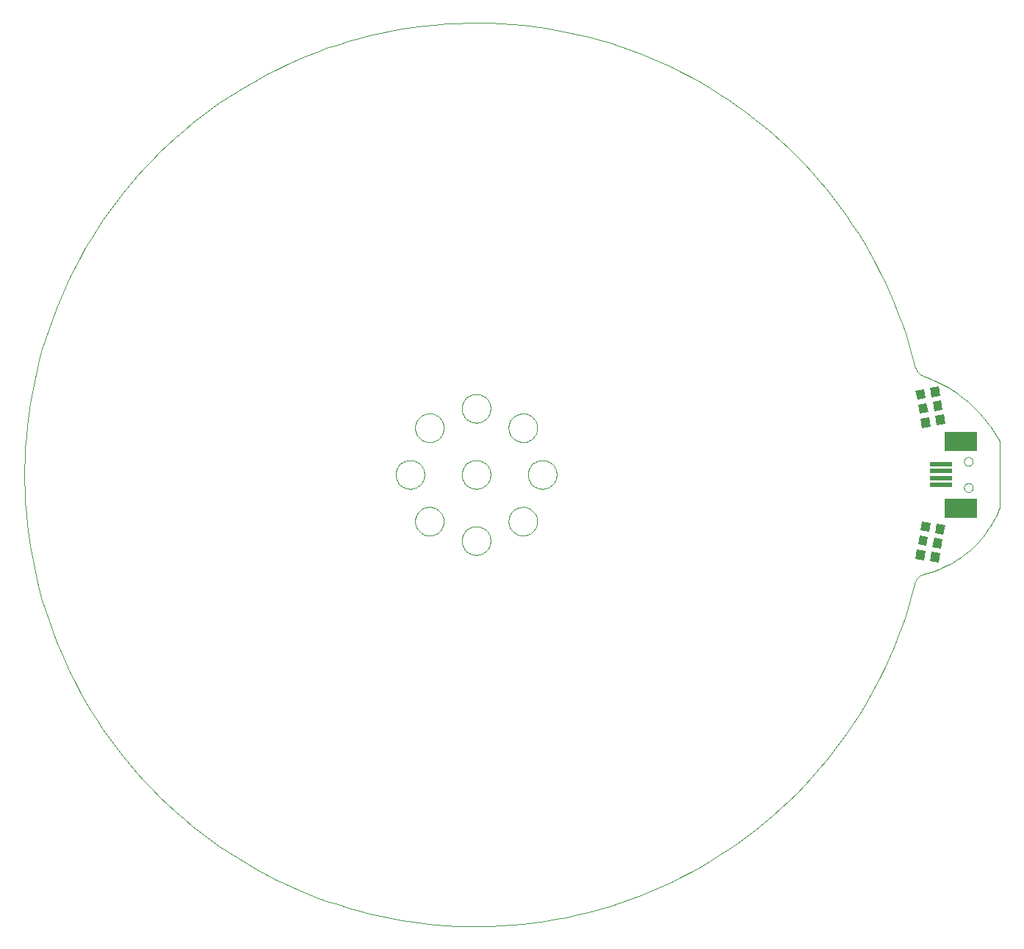
<source format=gtp>
G75*
%MOIN*%
%OFA0B0*%
%FSLAX24Y24*%
%IPPOS*%
%LPD*%
%AMOC8*
5,1,8,0,0,1.08239X$1,22.5*
%
%ADD10C,0.0010*%
%ADD11C,0.0000*%
%ADD12R,0.1496X0.0906*%
%ADD13R,0.0984X0.0217*%
%ADD14R,0.0394X0.0433*%
D10*
X040496Y015646D02*
X040369Y015161D01*
X040230Y014679D01*
X040079Y014201D01*
X039917Y013727D01*
X039743Y013257D01*
X039557Y012791D01*
X039361Y012330D01*
X039153Y011874D01*
X038934Y011424D01*
X038704Y010978D01*
X038463Y010539D01*
X038212Y010105D01*
X037950Y009678D01*
X037678Y009257D01*
X037395Y008843D01*
X037102Y008436D01*
X036800Y008036D01*
X036488Y007644D01*
X036166Y007260D01*
X035835Y006883D01*
X035495Y006515D01*
X035147Y006155D01*
X034789Y005804D01*
X034423Y005462D01*
X034049Y005128D01*
X033666Y004804D01*
X033276Y004490D01*
X032878Y004185D01*
X032473Y003890D01*
X032061Y003605D01*
X031642Y003330D01*
X031216Y003065D01*
X030784Y002811D01*
X030346Y002567D01*
X029902Y002335D01*
X029453Y002113D01*
X028998Y001902D01*
X028538Y001702D01*
X028074Y001514D01*
X027605Y001337D01*
X027132Y001172D01*
X026655Y001018D01*
X026174Y000876D01*
X025690Y000746D01*
X025203Y000627D01*
X024713Y000521D01*
X024221Y000426D01*
X023727Y000344D01*
X023231Y000274D01*
X022733Y000216D01*
X022234Y000170D01*
X021734Y000136D01*
X021233Y000115D01*
X020732Y000105D01*
X020231Y000108D01*
X019730Y000124D01*
X019229Y000151D01*
X018730Y000191D01*
X018231Y000243D01*
X017734Y000307D01*
X017239Y000383D01*
X016745Y000472D01*
X016254Y000572D01*
X015766Y000684D01*
X015280Y000809D01*
X014798Y000945D01*
X014319Y001093D01*
X013844Y001252D01*
X013373Y001423D01*
X012906Y001606D01*
X012444Y001800D01*
X011986Y002005D01*
X011534Y002221D01*
X011088Y002448D01*
X010647Y002686D01*
X010212Y002935D01*
X009783Y003194D01*
X009360Y003464D01*
X008945Y003744D01*
X008536Y004034D01*
X008134Y004334D01*
X007740Y004644D01*
X007354Y004963D01*
X006976Y005292D01*
X006605Y005630D01*
X006243Y005976D01*
X005890Y006332D01*
X005545Y006696D01*
X005210Y007068D01*
X004884Y007449D01*
X004567Y007837D01*
X004259Y008233D01*
X003962Y008636D01*
X003674Y009047D01*
X003397Y009464D01*
X003129Y009888D01*
X002873Y010318D01*
X002626Y010755D01*
X002391Y011197D01*
X002167Y011646D01*
X001953Y012099D01*
X001751Y012558D01*
X001560Y013021D01*
X001380Y013489D01*
X001212Y013961D01*
X001055Y014437D01*
X000910Y014917D01*
X000777Y015400D01*
X000655Y015886D01*
X000546Y016375D01*
X000449Y016867D01*
X000363Y017361D01*
X000290Y017857D01*
X000229Y018354D01*
X000180Y018853D01*
X000143Y019353D01*
X000119Y019853D01*
X000107Y020354D01*
X000107Y020856D01*
X000119Y021357D01*
X000143Y021857D01*
X000180Y022357D01*
X000229Y022856D01*
X000290Y023353D01*
X000363Y023849D01*
X000449Y024343D01*
X000546Y024835D01*
X000655Y025324D01*
X000777Y025810D01*
X000910Y026293D01*
X001055Y026773D01*
X001212Y027249D01*
X001380Y027721D01*
X001560Y028189D01*
X001751Y028652D01*
X001953Y029111D01*
X002167Y029564D01*
X002391Y030013D01*
X002626Y030455D01*
X002873Y030892D01*
X003129Y031322D01*
X003397Y031746D01*
X003674Y032163D01*
X003962Y032574D01*
X004259Y032977D01*
X004567Y033373D01*
X004884Y033761D01*
X005210Y034142D01*
X005545Y034514D01*
X005890Y034878D01*
X006243Y035234D01*
X006605Y035580D01*
X006976Y035918D01*
X007354Y036247D01*
X007740Y036566D01*
X008134Y036876D01*
X008536Y037176D01*
X008945Y037466D01*
X009360Y037746D01*
X009783Y038016D01*
X010212Y038275D01*
X010647Y038524D01*
X011088Y038762D01*
X011534Y038989D01*
X011986Y039205D01*
X012444Y039410D01*
X012906Y039604D01*
X013373Y039787D01*
X013844Y039958D01*
X014319Y040117D01*
X014798Y040265D01*
X015280Y040401D01*
X015766Y040526D01*
X016254Y040638D01*
X016745Y040738D01*
X017239Y040827D01*
X017734Y040903D01*
X018231Y040967D01*
X018730Y041019D01*
X019229Y041059D01*
X019730Y041086D01*
X020231Y041102D01*
X020732Y041105D01*
X021233Y041095D01*
X021734Y041074D01*
X022234Y041040D01*
X022733Y040994D01*
X023231Y040936D01*
X023727Y040866D01*
X024221Y040784D01*
X024713Y040689D01*
X025203Y040583D01*
X025690Y040464D01*
X026174Y040334D01*
X026655Y040192D01*
X027132Y040038D01*
X027605Y039873D01*
X028074Y039696D01*
X028538Y039508D01*
X028998Y039308D01*
X029453Y039097D01*
X029902Y038875D01*
X030346Y038643D01*
X030784Y038399D01*
X031216Y038145D01*
X031642Y037880D01*
X032061Y037605D01*
X032473Y037320D01*
X032878Y037025D01*
X033276Y036720D01*
X033666Y036406D01*
X034049Y036082D01*
X034423Y035748D01*
X034789Y035406D01*
X035147Y035055D01*
X035495Y034695D01*
X035835Y034327D01*
X036166Y033950D01*
X036488Y033566D01*
X036800Y033174D01*
X037102Y032774D01*
X037395Y032367D01*
X037678Y031953D01*
X037950Y031532D01*
X038212Y031105D01*
X038463Y030671D01*
X038704Y030232D01*
X038934Y029786D01*
X039153Y029336D01*
X039361Y028880D01*
X039557Y028419D01*
X039743Y027953D01*
X039917Y027483D01*
X040079Y027009D01*
X040230Y026531D01*
X040369Y026049D01*
X040496Y025564D01*
X040510Y025515D01*
X040527Y025467D01*
X040548Y025421D01*
X040572Y025376D01*
X040599Y025333D01*
X040629Y025291D01*
X040662Y025252D01*
X040697Y025216D01*
X040735Y025182D01*
X040775Y025150D01*
X040817Y025122D01*
X040862Y025096D01*
X040907Y025074D01*
X040955Y025055D01*
X044355Y022105D02*
X044355Y019105D01*
X040955Y016105D02*
X040908Y016091D01*
X040862Y016074D01*
X040818Y016054D01*
X040776Y016030D01*
X040736Y016002D01*
X040697Y015972D01*
X040662Y015939D01*
X040629Y015903D01*
X040598Y015865D01*
X040571Y015825D01*
X040547Y015782D01*
X040527Y015738D01*
X040509Y015692D01*
X040496Y015646D01*
X044355Y022105D02*
X044281Y022239D01*
X044204Y022372D01*
X044124Y022503D01*
X044040Y022632D01*
X043954Y022758D01*
X043864Y022883D01*
X043771Y023005D01*
X043676Y023125D01*
X043577Y023243D01*
X043476Y023358D01*
X043371Y023470D01*
X043265Y023581D01*
X043155Y023688D01*
X043043Y023793D01*
X042928Y023895D01*
X042811Y023994D01*
X042692Y024090D01*
X042570Y024183D01*
X042446Y024274D01*
X042319Y024361D01*
X042191Y024445D01*
X042061Y024526D01*
X041929Y024604D01*
X041794Y024678D01*
X041659Y024750D01*
X041521Y024818D01*
X041382Y024882D01*
X041241Y024943D01*
X041099Y025001D01*
X040955Y025055D01*
X044355Y019105D02*
X044303Y018976D01*
X044248Y018849D01*
X044188Y018724D01*
X044126Y018600D01*
X044060Y018479D01*
X043990Y018359D01*
X043918Y018241D01*
X043842Y018125D01*
X043762Y018011D01*
X043680Y017900D01*
X043594Y017791D01*
X043506Y017684D01*
X043414Y017580D01*
X043320Y017479D01*
X043223Y017380D01*
X043123Y017284D01*
X043020Y017191D01*
X042915Y017101D01*
X042807Y017013D01*
X042697Y016929D01*
X042585Y016848D01*
X042470Y016770D01*
X042353Y016696D01*
X042234Y016624D01*
X042114Y016556D01*
X041991Y016492D01*
X041867Y016431D01*
X041741Y016373D01*
X041613Y016319D01*
X041484Y016269D01*
X041353Y016222D01*
X041222Y016179D01*
X041089Y016140D01*
X040955Y016105D01*
D11*
X017834Y018484D02*
X017836Y018534D01*
X017842Y018584D01*
X017852Y018634D01*
X017865Y018682D01*
X017882Y018730D01*
X017903Y018776D01*
X017927Y018820D01*
X017955Y018862D01*
X017986Y018902D01*
X018020Y018939D01*
X018057Y018974D01*
X018096Y019005D01*
X018137Y019034D01*
X018181Y019059D01*
X018227Y019081D01*
X018274Y019099D01*
X018322Y019113D01*
X018371Y019124D01*
X018421Y019131D01*
X018471Y019134D01*
X018522Y019133D01*
X018572Y019128D01*
X018622Y019119D01*
X018670Y019107D01*
X018718Y019090D01*
X018764Y019070D01*
X018809Y019047D01*
X018852Y019020D01*
X018892Y018990D01*
X018930Y018957D01*
X018965Y018921D01*
X018998Y018882D01*
X019027Y018841D01*
X019053Y018798D01*
X019076Y018753D01*
X019095Y018706D01*
X019110Y018658D01*
X019122Y018609D01*
X019130Y018559D01*
X019134Y018509D01*
X019134Y018459D01*
X019130Y018409D01*
X019122Y018359D01*
X019110Y018310D01*
X019095Y018262D01*
X019076Y018215D01*
X019053Y018170D01*
X019027Y018127D01*
X018998Y018086D01*
X018965Y018047D01*
X018930Y018011D01*
X018892Y017978D01*
X018852Y017948D01*
X018809Y017921D01*
X018764Y017898D01*
X018718Y017878D01*
X018670Y017861D01*
X018622Y017849D01*
X018572Y017840D01*
X018522Y017835D01*
X018471Y017834D01*
X018421Y017837D01*
X018371Y017844D01*
X018322Y017855D01*
X018274Y017869D01*
X018227Y017887D01*
X018181Y017909D01*
X018137Y017934D01*
X018096Y017963D01*
X018057Y017994D01*
X018020Y018029D01*
X017986Y018066D01*
X017955Y018106D01*
X017927Y018148D01*
X017903Y018192D01*
X017882Y018238D01*
X017865Y018286D01*
X017852Y018334D01*
X017842Y018384D01*
X017836Y018434D01*
X017834Y018484D01*
X016955Y020605D02*
X016957Y020655D01*
X016963Y020705D01*
X016973Y020755D01*
X016986Y020803D01*
X017003Y020851D01*
X017024Y020897D01*
X017048Y020941D01*
X017076Y020983D01*
X017107Y021023D01*
X017141Y021060D01*
X017178Y021095D01*
X017217Y021126D01*
X017258Y021155D01*
X017302Y021180D01*
X017348Y021202D01*
X017395Y021220D01*
X017443Y021234D01*
X017492Y021245D01*
X017542Y021252D01*
X017592Y021255D01*
X017643Y021254D01*
X017693Y021249D01*
X017743Y021240D01*
X017791Y021228D01*
X017839Y021211D01*
X017885Y021191D01*
X017930Y021168D01*
X017973Y021141D01*
X018013Y021111D01*
X018051Y021078D01*
X018086Y021042D01*
X018119Y021003D01*
X018148Y020962D01*
X018174Y020919D01*
X018197Y020874D01*
X018216Y020827D01*
X018231Y020779D01*
X018243Y020730D01*
X018251Y020680D01*
X018255Y020630D01*
X018255Y020580D01*
X018251Y020530D01*
X018243Y020480D01*
X018231Y020431D01*
X018216Y020383D01*
X018197Y020336D01*
X018174Y020291D01*
X018148Y020248D01*
X018119Y020207D01*
X018086Y020168D01*
X018051Y020132D01*
X018013Y020099D01*
X017973Y020069D01*
X017930Y020042D01*
X017885Y020019D01*
X017839Y019999D01*
X017791Y019982D01*
X017743Y019970D01*
X017693Y019961D01*
X017643Y019956D01*
X017592Y019955D01*
X017542Y019958D01*
X017492Y019965D01*
X017443Y019976D01*
X017395Y019990D01*
X017348Y020008D01*
X017302Y020030D01*
X017258Y020055D01*
X017217Y020084D01*
X017178Y020115D01*
X017141Y020150D01*
X017107Y020187D01*
X017076Y020227D01*
X017048Y020269D01*
X017024Y020313D01*
X017003Y020359D01*
X016986Y020407D01*
X016973Y020455D01*
X016963Y020505D01*
X016957Y020555D01*
X016955Y020605D01*
X017834Y022726D02*
X017836Y022776D01*
X017842Y022826D01*
X017852Y022876D01*
X017865Y022924D01*
X017882Y022972D01*
X017903Y023018D01*
X017927Y023062D01*
X017955Y023104D01*
X017986Y023144D01*
X018020Y023181D01*
X018057Y023216D01*
X018096Y023247D01*
X018137Y023276D01*
X018181Y023301D01*
X018227Y023323D01*
X018274Y023341D01*
X018322Y023355D01*
X018371Y023366D01*
X018421Y023373D01*
X018471Y023376D01*
X018522Y023375D01*
X018572Y023370D01*
X018622Y023361D01*
X018670Y023349D01*
X018718Y023332D01*
X018764Y023312D01*
X018809Y023289D01*
X018852Y023262D01*
X018892Y023232D01*
X018930Y023199D01*
X018965Y023163D01*
X018998Y023124D01*
X019027Y023083D01*
X019053Y023040D01*
X019076Y022995D01*
X019095Y022948D01*
X019110Y022900D01*
X019122Y022851D01*
X019130Y022801D01*
X019134Y022751D01*
X019134Y022701D01*
X019130Y022651D01*
X019122Y022601D01*
X019110Y022552D01*
X019095Y022504D01*
X019076Y022457D01*
X019053Y022412D01*
X019027Y022369D01*
X018998Y022328D01*
X018965Y022289D01*
X018930Y022253D01*
X018892Y022220D01*
X018852Y022190D01*
X018809Y022163D01*
X018764Y022140D01*
X018718Y022120D01*
X018670Y022103D01*
X018622Y022091D01*
X018572Y022082D01*
X018522Y022077D01*
X018471Y022076D01*
X018421Y022079D01*
X018371Y022086D01*
X018322Y022097D01*
X018274Y022111D01*
X018227Y022129D01*
X018181Y022151D01*
X018137Y022176D01*
X018096Y022205D01*
X018057Y022236D01*
X018020Y022271D01*
X017986Y022308D01*
X017955Y022348D01*
X017927Y022390D01*
X017903Y022434D01*
X017882Y022480D01*
X017865Y022528D01*
X017852Y022576D01*
X017842Y022626D01*
X017836Y022676D01*
X017834Y022726D01*
X019955Y023605D02*
X019957Y023655D01*
X019963Y023705D01*
X019973Y023755D01*
X019986Y023803D01*
X020003Y023851D01*
X020024Y023897D01*
X020048Y023941D01*
X020076Y023983D01*
X020107Y024023D01*
X020141Y024060D01*
X020178Y024095D01*
X020217Y024126D01*
X020258Y024155D01*
X020302Y024180D01*
X020348Y024202D01*
X020395Y024220D01*
X020443Y024234D01*
X020492Y024245D01*
X020542Y024252D01*
X020592Y024255D01*
X020643Y024254D01*
X020693Y024249D01*
X020743Y024240D01*
X020791Y024228D01*
X020839Y024211D01*
X020885Y024191D01*
X020930Y024168D01*
X020973Y024141D01*
X021013Y024111D01*
X021051Y024078D01*
X021086Y024042D01*
X021119Y024003D01*
X021148Y023962D01*
X021174Y023919D01*
X021197Y023874D01*
X021216Y023827D01*
X021231Y023779D01*
X021243Y023730D01*
X021251Y023680D01*
X021255Y023630D01*
X021255Y023580D01*
X021251Y023530D01*
X021243Y023480D01*
X021231Y023431D01*
X021216Y023383D01*
X021197Y023336D01*
X021174Y023291D01*
X021148Y023248D01*
X021119Y023207D01*
X021086Y023168D01*
X021051Y023132D01*
X021013Y023099D01*
X020973Y023069D01*
X020930Y023042D01*
X020885Y023019D01*
X020839Y022999D01*
X020791Y022982D01*
X020743Y022970D01*
X020693Y022961D01*
X020643Y022956D01*
X020592Y022955D01*
X020542Y022958D01*
X020492Y022965D01*
X020443Y022976D01*
X020395Y022990D01*
X020348Y023008D01*
X020302Y023030D01*
X020258Y023055D01*
X020217Y023084D01*
X020178Y023115D01*
X020141Y023150D01*
X020107Y023187D01*
X020076Y023227D01*
X020048Y023269D01*
X020024Y023313D01*
X020003Y023359D01*
X019986Y023407D01*
X019973Y023455D01*
X019963Y023505D01*
X019957Y023555D01*
X019955Y023605D01*
X022076Y022726D02*
X022078Y022776D01*
X022084Y022826D01*
X022094Y022876D01*
X022107Y022924D01*
X022124Y022972D01*
X022145Y023018D01*
X022169Y023062D01*
X022197Y023104D01*
X022228Y023144D01*
X022262Y023181D01*
X022299Y023216D01*
X022338Y023247D01*
X022379Y023276D01*
X022423Y023301D01*
X022469Y023323D01*
X022516Y023341D01*
X022564Y023355D01*
X022613Y023366D01*
X022663Y023373D01*
X022713Y023376D01*
X022764Y023375D01*
X022814Y023370D01*
X022864Y023361D01*
X022912Y023349D01*
X022960Y023332D01*
X023006Y023312D01*
X023051Y023289D01*
X023094Y023262D01*
X023134Y023232D01*
X023172Y023199D01*
X023207Y023163D01*
X023240Y023124D01*
X023269Y023083D01*
X023295Y023040D01*
X023318Y022995D01*
X023337Y022948D01*
X023352Y022900D01*
X023364Y022851D01*
X023372Y022801D01*
X023376Y022751D01*
X023376Y022701D01*
X023372Y022651D01*
X023364Y022601D01*
X023352Y022552D01*
X023337Y022504D01*
X023318Y022457D01*
X023295Y022412D01*
X023269Y022369D01*
X023240Y022328D01*
X023207Y022289D01*
X023172Y022253D01*
X023134Y022220D01*
X023094Y022190D01*
X023051Y022163D01*
X023006Y022140D01*
X022960Y022120D01*
X022912Y022103D01*
X022864Y022091D01*
X022814Y022082D01*
X022764Y022077D01*
X022713Y022076D01*
X022663Y022079D01*
X022613Y022086D01*
X022564Y022097D01*
X022516Y022111D01*
X022469Y022129D01*
X022423Y022151D01*
X022379Y022176D01*
X022338Y022205D01*
X022299Y022236D01*
X022262Y022271D01*
X022228Y022308D01*
X022197Y022348D01*
X022169Y022390D01*
X022145Y022434D01*
X022124Y022480D01*
X022107Y022528D01*
X022094Y022576D01*
X022084Y022626D01*
X022078Y022676D01*
X022076Y022726D01*
X019955Y020605D02*
X019957Y020655D01*
X019963Y020705D01*
X019973Y020755D01*
X019986Y020803D01*
X020003Y020851D01*
X020024Y020897D01*
X020048Y020941D01*
X020076Y020983D01*
X020107Y021023D01*
X020141Y021060D01*
X020178Y021095D01*
X020217Y021126D01*
X020258Y021155D01*
X020302Y021180D01*
X020348Y021202D01*
X020395Y021220D01*
X020443Y021234D01*
X020492Y021245D01*
X020542Y021252D01*
X020592Y021255D01*
X020643Y021254D01*
X020693Y021249D01*
X020743Y021240D01*
X020791Y021228D01*
X020839Y021211D01*
X020885Y021191D01*
X020930Y021168D01*
X020973Y021141D01*
X021013Y021111D01*
X021051Y021078D01*
X021086Y021042D01*
X021119Y021003D01*
X021148Y020962D01*
X021174Y020919D01*
X021197Y020874D01*
X021216Y020827D01*
X021231Y020779D01*
X021243Y020730D01*
X021251Y020680D01*
X021255Y020630D01*
X021255Y020580D01*
X021251Y020530D01*
X021243Y020480D01*
X021231Y020431D01*
X021216Y020383D01*
X021197Y020336D01*
X021174Y020291D01*
X021148Y020248D01*
X021119Y020207D01*
X021086Y020168D01*
X021051Y020132D01*
X021013Y020099D01*
X020973Y020069D01*
X020930Y020042D01*
X020885Y020019D01*
X020839Y019999D01*
X020791Y019982D01*
X020743Y019970D01*
X020693Y019961D01*
X020643Y019956D01*
X020592Y019955D01*
X020542Y019958D01*
X020492Y019965D01*
X020443Y019976D01*
X020395Y019990D01*
X020348Y020008D01*
X020302Y020030D01*
X020258Y020055D01*
X020217Y020084D01*
X020178Y020115D01*
X020141Y020150D01*
X020107Y020187D01*
X020076Y020227D01*
X020048Y020269D01*
X020024Y020313D01*
X020003Y020359D01*
X019986Y020407D01*
X019973Y020455D01*
X019963Y020505D01*
X019957Y020555D01*
X019955Y020605D01*
X022076Y018484D02*
X022078Y018534D01*
X022084Y018584D01*
X022094Y018634D01*
X022107Y018682D01*
X022124Y018730D01*
X022145Y018776D01*
X022169Y018820D01*
X022197Y018862D01*
X022228Y018902D01*
X022262Y018939D01*
X022299Y018974D01*
X022338Y019005D01*
X022379Y019034D01*
X022423Y019059D01*
X022469Y019081D01*
X022516Y019099D01*
X022564Y019113D01*
X022613Y019124D01*
X022663Y019131D01*
X022713Y019134D01*
X022764Y019133D01*
X022814Y019128D01*
X022864Y019119D01*
X022912Y019107D01*
X022960Y019090D01*
X023006Y019070D01*
X023051Y019047D01*
X023094Y019020D01*
X023134Y018990D01*
X023172Y018957D01*
X023207Y018921D01*
X023240Y018882D01*
X023269Y018841D01*
X023295Y018798D01*
X023318Y018753D01*
X023337Y018706D01*
X023352Y018658D01*
X023364Y018609D01*
X023372Y018559D01*
X023376Y018509D01*
X023376Y018459D01*
X023372Y018409D01*
X023364Y018359D01*
X023352Y018310D01*
X023337Y018262D01*
X023318Y018215D01*
X023295Y018170D01*
X023269Y018127D01*
X023240Y018086D01*
X023207Y018047D01*
X023172Y018011D01*
X023134Y017978D01*
X023094Y017948D01*
X023051Y017921D01*
X023006Y017898D01*
X022960Y017878D01*
X022912Y017861D01*
X022864Y017849D01*
X022814Y017840D01*
X022764Y017835D01*
X022713Y017834D01*
X022663Y017837D01*
X022613Y017844D01*
X022564Y017855D01*
X022516Y017869D01*
X022469Y017887D01*
X022423Y017909D01*
X022379Y017934D01*
X022338Y017963D01*
X022299Y017994D01*
X022262Y018029D01*
X022228Y018066D01*
X022197Y018106D01*
X022169Y018148D01*
X022145Y018192D01*
X022124Y018238D01*
X022107Y018286D01*
X022094Y018334D01*
X022084Y018384D01*
X022078Y018434D01*
X022076Y018484D01*
X019955Y017605D02*
X019957Y017655D01*
X019963Y017705D01*
X019973Y017755D01*
X019986Y017803D01*
X020003Y017851D01*
X020024Y017897D01*
X020048Y017941D01*
X020076Y017983D01*
X020107Y018023D01*
X020141Y018060D01*
X020178Y018095D01*
X020217Y018126D01*
X020258Y018155D01*
X020302Y018180D01*
X020348Y018202D01*
X020395Y018220D01*
X020443Y018234D01*
X020492Y018245D01*
X020542Y018252D01*
X020592Y018255D01*
X020643Y018254D01*
X020693Y018249D01*
X020743Y018240D01*
X020791Y018228D01*
X020839Y018211D01*
X020885Y018191D01*
X020930Y018168D01*
X020973Y018141D01*
X021013Y018111D01*
X021051Y018078D01*
X021086Y018042D01*
X021119Y018003D01*
X021148Y017962D01*
X021174Y017919D01*
X021197Y017874D01*
X021216Y017827D01*
X021231Y017779D01*
X021243Y017730D01*
X021251Y017680D01*
X021255Y017630D01*
X021255Y017580D01*
X021251Y017530D01*
X021243Y017480D01*
X021231Y017431D01*
X021216Y017383D01*
X021197Y017336D01*
X021174Y017291D01*
X021148Y017248D01*
X021119Y017207D01*
X021086Y017168D01*
X021051Y017132D01*
X021013Y017099D01*
X020973Y017069D01*
X020930Y017042D01*
X020885Y017019D01*
X020839Y016999D01*
X020791Y016982D01*
X020743Y016970D01*
X020693Y016961D01*
X020643Y016956D01*
X020592Y016955D01*
X020542Y016958D01*
X020492Y016965D01*
X020443Y016976D01*
X020395Y016990D01*
X020348Y017008D01*
X020302Y017030D01*
X020258Y017055D01*
X020217Y017084D01*
X020178Y017115D01*
X020141Y017150D01*
X020107Y017187D01*
X020076Y017227D01*
X020048Y017269D01*
X020024Y017313D01*
X020003Y017359D01*
X019986Y017407D01*
X019973Y017455D01*
X019963Y017505D01*
X019957Y017555D01*
X019955Y017605D01*
X022955Y020605D02*
X022957Y020655D01*
X022963Y020705D01*
X022973Y020755D01*
X022986Y020803D01*
X023003Y020851D01*
X023024Y020897D01*
X023048Y020941D01*
X023076Y020983D01*
X023107Y021023D01*
X023141Y021060D01*
X023178Y021095D01*
X023217Y021126D01*
X023258Y021155D01*
X023302Y021180D01*
X023348Y021202D01*
X023395Y021220D01*
X023443Y021234D01*
X023492Y021245D01*
X023542Y021252D01*
X023592Y021255D01*
X023643Y021254D01*
X023693Y021249D01*
X023743Y021240D01*
X023791Y021228D01*
X023839Y021211D01*
X023885Y021191D01*
X023930Y021168D01*
X023973Y021141D01*
X024013Y021111D01*
X024051Y021078D01*
X024086Y021042D01*
X024119Y021003D01*
X024148Y020962D01*
X024174Y020919D01*
X024197Y020874D01*
X024216Y020827D01*
X024231Y020779D01*
X024243Y020730D01*
X024251Y020680D01*
X024255Y020630D01*
X024255Y020580D01*
X024251Y020530D01*
X024243Y020480D01*
X024231Y020431D01*
X024216Y020383D01*
X024197Y020336D01*
X024174Y020291D01*
X024148Y020248D01*
X024119Y020207D01*
X024086Y020168D01*
X024051Y020132D01*
X024013Y020099D01*
X023973Y020069D01*
X023930Y020042D01*
X023885Y020019D01*
X023839Y019999D01*
X023791Y019982D01*
X023743Y019970D01*
X023693Y019961D01*
X023643Y019956D01*
X023592Y019955D01*
X023542Y019958D01*
X023492Y019965D01*
X023443Y019976D01*
X023395Y019990D01*
X023348Y020008D01*
X023302Y020030D01*
X023258Y020055D01*
X023217Y020084D01*
X023178Y020115D01*
X023141Y020150D01*
X023107Y020187D01*
X023076Y020227D01*
X023048Y020269D01*
X023024Y020313D01*
X023003Y020359D01*
X022986Y020407D01*
X022973Y020455D01*
X022963Y020505D01*
X022957Y020555D01*
X022955Y020605D01*
X042741Y020014D02*
X042743Y020041D01*
X042749Y020068D01*
X042758Y020094D01*
X042771Y020118D01*
X042787Y020141D01*
X042806Y020160D01*
X042828Y020177D01*
X042852Y020191D01*
X042877Y020201D01*
X042904Y020208D01*
X042931Y020211D01*
X042959Y020210D01*
X042986Y020205D01*
X043012Y020197D01*
X043036Y020185D01*
X043059Y020169D01*
X043080Y020151D01*
X043097Y020130D01*
X043112Y020106D01*
X043123Y020081D01*
X043131Y020055D01*
X043135Y020028D01*
X043135Y020000D01*
X043131Y019973D01*
X043123Y019947D01*
X043112Y019922D01*
X043097Y019898D01*
X043080Y019877D01*
X043059Y019859D01*
X043037Y019843D01*
X043012Y019831D01*
X042986Y019823D01*
X042959Y019818D01*
X042931Y019817D01*
X042904Y019820D01*
X042877Y019827D01*
X042852Y019837D01*
X042828Y019851D01*
X042806Y019868D01*
X042787Y019887D01*
X042771Y019910D01*
X042758Y019934D01*
X042749Y019960D01*
X042743Y019987D01*
X042741Y020014D01*
X042741Y021196D02*
X042743Y021223D01*
X042749Y021250D01*
X042758Y021276D01*
X042771Y021300D01*
X042787Y021323D01*
X042806Y021342D01*
X042828Y021359D01*
X042852Y021373D01*
X042877Y021383D01*
X042904Y021390D01*
X042931Y021393D01*
X042959Y021392D01*
X042986Y021387D01*
X043012Y021379D01*
X043036Y021367D01*
X043059Y021351D01*
X043080Y021333D01*
X043097Y021312D01*
X043112Y021288D01*
X043123Y021263D01*
X043131Y021237D01*
X043135Y021210D01*
X043135Y021182D01*
X043131Y021155D01*
X043123Y021129D01*
X043112Y021104D01*
X043097Y021080D01*
X043080Y021059D01*
X043059Y021041D01*
X043037Y021025D01*
X043012Y021013D01*
X042986Y021005D01*
X042959Y021000D01*
X042931Y020999D01*
X042904Y021002D01*
X042877Y021009D01*
X042852Y021019D01*
X042828Y021033D01*
X042806Y021050D01*
X042787Y021069D01*
X042771Y021092D01*
X042758Y021116D01*
X042749Y021142D01*
X042743Y021169D01*
X042741Y021196D01*
D12*
X042603Y022121D03*
X042603Y019089D03*
D13*
X041698Y020133D03*
X041698Y020448D03*
X041698Y020762D03*
X041698Y021077D03*
D14*
G36*
X040770Y023142D02*
X041157Y023210D01*
X041232Y022786D01*
X040845Y022718D01*
X040770Y023142D01*
G37*
G36*
X040657Y023782D02*
X041044Y023850D01*
X041119Y023426D01*
X040732Y023358D01*
X040657Y023782D01*
G37*
G36*
X040544Y024422D02*
X040931Y024490D01*
X041006Y024066D01*
X040619Y023998D01*
X040544Y024422D01*
G37*
G36*
X041203Y024539D02*
X041590Y024607D01*
X041665Y024183D01*
X041278Y024115D01*
X041203Y024539D01*
G37*
G36*
X041316Y023898D02*
X041703Y023966D01*
X041778Y023542D01*
X041391Y023474D01*
X041316Y023898D01*
G37*
G36*
X041429Y023258D02*
X041816Y023326D01*
X041891Y022902D01*
X041504Y022834D01*
X041429Y023258D01*
G37*
G36*
X040836Y018490D02*
X041223Y018422D01*
X041148Y017998D01*
X040761Y018066D01*
X040836Y018490D01*
G37*
G36*
X041496Y018374D02*
X041883Y018306D01*
X041808Y017882D01*
X041421Y017950D01*
X041496Y018374D01*
G37*
G36*
X041383Y017734D02*
X041770Y017666D01*
X041695Y017242D01*
X041308Y017310D01*
X041383Y017734D01*
G37*
G36*
X040724Y017850D02*
X041111Y017782D01*
X041036Y017358D01*
X040649Y017426D01*
X040724Y017850D01*
G37*
G36*
X040611Y017210D02*
X040998Y017142D01*
X040923Y016718D01*
X040536Y016786D01*
X040611Y017210D01*
G37*
G36*
X041270Y017094D02*
X041657Y017026D01*
X041582Y016602D01*
X041195Y016670D01*
X041270Y017094D01*
G37*
M02*

</source>
